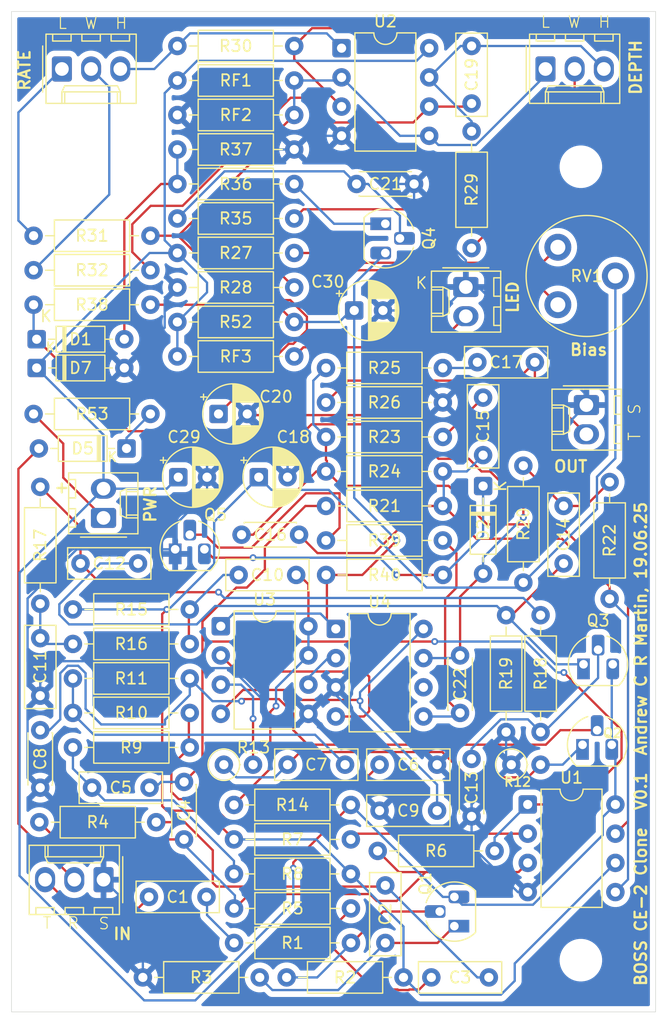
<source format=kicad_pcb>
(kicad_pcb (version 20241229) (generator "pcbnew") (generator_version "9.0")
  (layers (0 "F.Cu" signal) (2 "B.Cu" signal) (13 "F.Paste" user) (15 "B.Paste" user) (5 "F.SilkS" user "F.Silkscreen") (7 "B.SilkS" user "B.Silkscreen") (1 "F.Mask" user) (3 "B.Mask" user) (25 "Edge.Cuts" user))
  (net 0 "")
  (net 1 "Net-(J1-Pin_3)")
  (net 2 "Net-(C1-Pad2)")
  (net 3 "Net-(C2-Pad2)")
  (net 4 "Net-(Q1-E)")
  (net 5 "Net-(C3-Pad2)")
  (net 6 "Net-(C4-Pad2)")
  (net 7 "Net-(U1A-+)")
  (net 8 "Net-(C5-Pad2)")
  (net 9 "Net-(C6-Pad2)")
  (net 10 "GND")
  (net 11 "Net-(Q2-E)")
  (net 12 "Net-(C7-Pad2)")
  (net 13 "Net-(Q2-B)")
  (net 14 "Net-(U3-VGG)")
  (net 15 "Net-(C10-Pad1)")
  (net 16 "Net-(U3-OUT1)")
  (net 17 "Net-(C11-Pad1)")
  (net 18 "Net-(Q3-E)")
  (net 19 "Net-(C12-Pad1)")
  (net 20 "Net-(Q3-B)")
  (net 21 "Net-(C14-Pad2)")
  (net 22 "Net-(U1B-+)")
  (net 23 "Net-(C15-Pad2)")
  (net 24 "Net-(C16-Pad2)")
  (net 25 "Net-(C17-Pad1)")
  (net 26 "Net-(J2-Pin_2)")
  (net 27 "+4.5V")
  (net 28 "Net-(U2B--)")
  (net 29 "Net-(J5-Pin_3)")
  (net 30 "Net-(J5-Pin_1)")
  (net 31 "Net-(Q4-B)")
  (net 32 "Net-(U4-OX3)")
  (net 33 "Net-(D1-K)")
  (net 34 "+9V")
  (net 35 "+9VA")
  (net 36 "Net-(D1-A)")
  (net 37 "Net-(D2-K)")
  (net 38 "Net-(D5-A)")
  (net 39 "Net-(D5-K)")
  (net 40 "Net-(J3-Pin_1)")
  (net 41 "Net-(J4-Pin_2)")
  (net 42 "Net-(J4-Pin_1)")
  (net 43 "Net-(J5-Pin_2)")
  (net 44 "Net-(J6-Pin_2)")
  (net 45 "Net-(Q1-B)")
  (net 46 "Net-(Q4-E)")
  (net 47 "Net-(Q5-B)")
  (net 48 "Net-(U1A--)")
  (net 49 "Net-(U3-IN)")
  (net 50 "Net-(R27-Pad2)")
  (net 51 "Net-(R28-Pad1)")
  (net 52 "Net-(U2A-+)")
  (net 53 "Net-(J4-Pin_3)")
  (net 54 "Net-(U3-CP2)")
  (net 55 "Net-(U3-CP1)")
  (footprint "Resistor_THT:R_Axial_DIN0207_L6.3mm_D2.5mm_P2.54mm_Vertical" (layer "F.Cu") (at 77.455 109)
    (property "Reference" "R12")
    (property "Value" "10K")
  )
  (footprint "Package_TO_SOT_THT:TO-92L_HandSolder" (layer "F.Cu") (at 72.5 123.04 90)
    (property "Reference" "Q1")
    (property "Value" "2N5088")
  )
  (footprint "Capacitor_THT:C_Disc_D4.3mm_W1.9mm_P5.00mm" (layer "F.Cu") (at 59 89 180)
    (property "Reference" "C16")
    (property "Value" "100p")
  )
  (footprint "Capacitor_THT:C_Disc_D4.3mm_W1.9mm_P5.00mm" (layer "F.Cu") (at 74 108.5 -90)
    (property "Reference" "C13")
    (property "Value" "470p")
  )
  (footprint "Capacitor_THT:C_Rect_L7.0mm_W2.5mm_P5.00mm" (layer "F.Cu") (at 74 51.5 90)
    (property "Reference" "C19")
    (property "Value" "100n")
  )
  (footprint "Resistor_THT:R_Axial_DIN0207_L6.3mm_D2.5mm_P10.16mm_Horizontal" (layer "F.Cu") (at 78.5 83 -90)
    (property "Reference" "R20")
    (property "Value" "1M")
  )
  (footprint "Resistor_THT:R_Axial_DIN0207_L6.3mm_D2.5mm_P10.16mm_Horizontal" (layer "F.Cu") (at 61.34 86.5)
    (property "Reference" "R21")
    (property "Value" "47K")
  )
  (footprint "Resistor_THT:R_Axial_DIN0207_L6.3mm_D2.5mm_P10.16mm_Horizontal" (layer "F.Cu") (at 46.08 69 180)
    (property "Reference" "R38")
    (property "Value" "150K")
  )
  (footprint "Resistor_THT:R_Axial_DIN0207_L6.3mm_D2.5mm_P10.16mm_Horizontal" (layer "F.Cu") (at 36.5 95 90)
    (property "Reference" "R17")
    (property "Value" "10K")
  )
  (footprint "Resistor_THT:R_Axial_DIN0207_L6.3mm_D2.5mm_P10.16mm_Horizontal" (layer "F.Cu") (at 36.42 114)
    (property "Reference" "R4")
    (property "Value" "47K")
  )
  (footprint "Resistor_THT:R_Axial_DIN0207_L6.3mm_D2.5mm_P10.16mm_Horizontal" (layer "F.Cu") (at 53.35 124.5)
    (property "Reference" "R1")
    (property "Value" "1K")
  )
  (footprint "Capacitor_THT:CP_Radial_D5.0mm_P2.50mm" (layer "F.Cu") (at 52 78.5)
    (property "Reference" "C20")
    (property "Value" "47u/6.3V")
  )
  (footprint "Resistor_THT:R_Axial_DIN0207_L6.3mm_D2.5mm_P2.54mm_Vertical" (layer "F.Cu") (at 52.46 109)
    (property "Reference" "R13")
    (property "Value" "4K7")
  )
  (footprint "Resistor_THT:R_Axial_DIN0207_L6.3mm_D2.5mm_P10.16mm_Horizontal" (layer "F.Cu") (at 76 116.5 180)
    (property "Reference" "R6")
    (property "Value" "47K")
  )
  (footprint "Resistor_THT:R_Axial_DIN0207_L6.3mm_D2.5mm_P10.16mm_Horizontal" (layer "F.Cu") (at 63.5 112.5 180)
    (property "Reference" "R14")
    (property "Value" "56K")
  )
  (footprint "MountingHole:MountingHole_3.2mm_M3" (layer "F.Cu") (at 38.5 126)
    (property "Reference" "REF**" (hide yes))
    (property "Value" "MountingHole_3.2mm_M3" (hide yes))
  )
  (footprint "Resistor_THT:R_Axial_DIN0207_L6.3mm_D2.5mm_P10.16mm_Horizontal" (layer "F.Cu") (at 86 84.42 -90)
    (property "Reference" "R22")
    (property "Value" "47K")
  )
  (footprint "Resistor_THT:R_Axial_DIN0207_L6.3mm_D2.5mm_P10.16mm_Horizontal" (layer "F.Cu") (at 49.5 95.5 180)
    (property "Reference" "R15")
    (property "Value" "330K")
  )
  (footprint "Resistor_THT:R_Axial_DIN0207_L6.3mm_D2.5mm_P10.16mm_Horizontal" (layer "F.Cu") (at 48.42 70.5)
    (property "Reference" "R52")
    (property "Value" "33R")
  )
  (footprint "Resistor_THT:R_Axial_DIN0207_L6.3mm_D2.5mm_P10.16mm_Horizontal" (layer "F.Cu") (at 61.34 77.5)
    (property "Reference" "R26")
    (property "Value" "100K")
  )
  (footprint "Diode_THT:D_DO-35_SOD27_P7.62mm_Horizontal" (layer "F.Cu") (at 44 81.5 180)
    (property "Reference" "D5")
    (property "Value" "1N4148")
  )
  (footprint "Capacitor_THT:C_Rect_L7.0mm_W2.5mm_P5.00mm" (layer "F.Cu") (at 75 82.08 90)
    (property "Reference" "C15")
    (property "Value" "6n8")
  )
  (footprint "Capacitor_THT:C_Rect_L7.0mm_W2.5mm_P5.00mm" (layer "F.Cu") (at 46 111 180)
    (property "Reference" "C5")
    (property "Value" "33n")
  )
  (footprint "Capacitor_THT:C_Rect_L7.0mm_W2.5mm_P5.00mm" (layer "F.Cu") (at 40 91.5)
    (property "Reference" "C12")
    (property "Value" "8n2")
  )
  (footprint "Resistor_THT:R_Axial_DIN0207_L6.3mm_D2.5mm_P10.16mm_Horizontal" (layer "F.Cu") (at 74 64.08 90)
    (property "Reference" "R29")
    (property "Value" "33K")
  )
  (footprint "Resistor_THT:R_Axial_DIN0207_L6.3mm_D2.5mm_P10.16mm_Horizontal" (layer "F.Cu") (at 35.92 63)
    (property "Reference" "R31")
    (property "Value" "10K")
  )
  (footprint "Diode_THT:D_DO-35_SOD27_P7.62mm_Horizontal" (layer "F.Cu") (at 36.19 74.5)
    (property "Reference" "D7")
    (property "Value" "11V,0.5W")
  )
  (footprint "Capacitor_THT:C_Rect_L7.0mm_W2.5mm_P5.00mm" (layer "F.Cu") (at 82 91.5 90)
    (property "Reference" "C14")
    (property "Value" "33n")
  )
  (footprint "Resistor_THT:R_Axial_DIN0207_L6.3mm_D2.5mm_P10.16mm_Horizontal" (layer "F.Cu") (at 49.5 104.5 180)
    (property "Reference" "R10")
    (property "Value" "10K")
  )
  (footprint "Capacitor_THT:C_Disc_D4.3mm_W1.9mm_P5.00mm" (layer "F.Cu") (at 73 99.5 -90)
    (property "Reference" "C22")
    (property "Value" "47p")
  )
  (footprint "Potentiometer_THT:Potentiometer_Piher_PT-10-V05_Vertical" (layer "F.Cu") (at 81.5 69)
    (property "Reference" "RV1")
    (property "Value" "10K")
  )
  (footprint "Capacitor_THT:CP_Radial_D5.0mm_P2.50mm" (layer "F.Cu") (at 63.794888 69.5)
    (property "Reference" "C30")
    (property "Value" "220u/10V")
  )
  (footprint "Capacitor_THT:C_Rect_L7.0mm_W2.5mm_P5.00mm" (layer "F.Cu") (at 58 109)
    (property "Reference" "C7")
    (property "Value" "8n2")
  )
  (footprint "Resistor_THT:R_Axial_DIN0207_L6.3mm_D2.5mm_P10.16mm_Horizontal" (layer "F.Cu") (at 63.5 115.5 180)
    (property "Reference" "R7")
    (property "Value" "10K")
  )
  (footprint "Diode_THT:D_DO-35_SOD27_P7.62mm_Horizontal" (layer "F.Cu") (at 75 84.77 -90)
    (property "Reference" "D2")
    (property "Value" "1N4148")
  )
  (footprint "Resistor_THT:R_Axial_DIN0207_L6.3mm_D2.5mm_P10.16mm_Horizontal" (layer "F.Cu") (at 53.34 118.5)
    (property "Reference" "R8")
    (property "Value" "100K")
  )
  (footprint "Resistor_THT:R_Axial_DIN0207_L6.3mm_D2.5mm_P10.16mm_Horizontal" (layer "F.Cu") (at 48.42 49.5)
    (property "Reference" "RF1")
    (property "Value" "10K")
  )
  (footprint "Resistor_THT:R_Axial_DIN0207_L6.3mm_D2.5mm_P10.16mm_Horizontal" (layer "F.Cu") (at 71.5 80.5 180)
    (property "Reference" "R23")
    (property "Value" "10K")
  )
  (footprint "Resistor_THT:R_Axial_DIN0207_L6.3mm_D2.5mm_P10.16mm_Horizontal" (layer "F.Cu") (at 48.42 55.5)
    (property "Reference" "R37")
    (property "Value" "4K7")
  )
  (footprint "Capacitor_THT:C_Rect_L7.0mm_W2.5mm_P5.00mm" (layer "F.Cu") (at 36.5 98 -90)
    (property "Reference" "C11")
    (property "Value" "3n3")
  )
  (footprint "Resistor_THT:R_Axial_DIN0207_L6.3mm_D2.5mm_P10.16mm_Horizontal" (layer "F.Cu") (at 39.34 101.5)
    (property "Reference" "R11")
    (property "Value" "10K")
  )
  (footprint "Resistor_THT:R_Axial_DIN0207_L6.3mm_D2.5mm_P10.16mm_Horizontal" (layer "F.Cu") (at 61.35 92.5)
    (property "Reference" "R40")
    (property "Value" "2K7")
  )
  (footprint "Package_TO_SOT_THT:TO-92L_HandSolder" (layer "F.Cu") (at 48.23 90.27)
    (property "Reference" "Q5")
    (property "Value" "2N5088")
  )
  (footprint "Resistor_THT:R_Axial_DIN0207_L6.3mm_D2.5mm_P10.16mm_Horizontal" (layer "F.Cu") (at 58.58 67.5 180)
    (property "Reference" "R28")
    (property "Value" "4K7")
  )
  (footprint "Resistor_THT:R_Axial_DIN0207_L6.3mm_D2.5mm_P10.16mm_Horizontal" (layer "F.Cu") (at 35.92 66)
    (property "Reference" "R32")
    (property "Value" "1M")
  )
  (footprint "Package_DIP:DIP-8_W7.62mm" (layer "F.Cu") (at 52.195 96.96)
    (property "Reference" "U3")
    (property "Value" "MN3007")
  )
  (footprint "Resistor_THT:R_Axial_DIN0207_L6.3mm_D2.5mm_P10.16mm_Horizontal" (layer "F.Cu") (at 45.42 127.5)
    (property "Reference" "R3")
    (property "Value" "10K")
  )
  (footprint "Resistor_THT:R_Axial_DIN0207_L6.3mm_D2.5mm_P10.16mm_Horizontal" (layer "F.Cu") (at 46.08 78.5 180)
    (property "Reference" "R53")
    (property "Value" "100R")
  )
  (footprint "Diode_THT:D_DO-35_SOD27_P7.62mm_Horizontal" (layer "F.Cu") (at 36.19 72)
    (property "Reference" "D1")
    (property "Value" "1N4148")
  )
  (footprint "Capacitor_THT:C_Rect_L7.0mm_W2.5mm_P5.00mm" (layer "F.Cu") (at 66.5 124.5 90)
    (property "Reference" "C2")
    (property "Value" "470n")
  )
  (footprint "Package_DIP:DIP-8_W7.62mm" (layer "F.Cu") (at 62.695 46.69)
    (property "Reference" "U2")
    (property "Value" "TL022")
  )
  (footprint "Resistor_THT:R_Axial_DIN0207_L6.3mm_D2.5mm_P10.16mm_Horizontal" (layer "F.Cu") (at 80 96 -90)
    (property "Reference" "R18")
    (property "Value" "10K")
  )
  (footprint "Capacitor_THT:C_Rect_L7.0mm_W2.5mm_P5.00mm" (layer "F.Cu") (at 74.5 74)
    (property "Reference" "C17")
    (property "Value" "1u")
  )
  (footprint "Resistor_THT:R_Axial_DIN0207_L6.3mm_D2.5mm_P10.16mm_Horizontal" (layer "F.Cu") (at 57.92 127.5)
    (property "Reference" "R2")
    (property "Value" "470K")
  )
  (footprint "Resistor_THT:R_Axial_DIN0207_L6.3mm_D2.5mm_P10.16mm_Horizontal" (layer "F.Cu") (at 71.5 83.5 180)
    (property "Reference" "R24")
    (property "Value" "47K")
  )
  (footprint "Resistor_THT:R_Axial_DIN0207_L6.3mm_D2.5mm_P10.16mm_Horizontal" (layer "F.Cu") (at 48.42 73.5)
    (property "Reference" "RF3")
    (property "Value" "4K7")
  )
  (footprint "Resistor_THT:R_Axial_DIN0207_L6.3mm_D2.5mm_P10.16mm_Horizontal" (layer "F.Cu") (at 61.34 74.5)
    (property "Reference" "R25")
    (property "Value" "470R")
  )
  (footprint "Capacitor_THT:C_Rect_L7.0mm_W2.5mm_P5.00mm" (layer "F.Cu") (at 66 113)
    (property "Reference" "C9")
    (property "Value" "1u")
  )
  (footprint "Capacitor_THT:C_Rect_L7.0mm_W2.5mm_P5.00mm" (layer "F.Cu") (at 75.5 127.5 180)
    (property "Reference" "C3")
    (property "Value" "6n8")
  )
  (footprint "Capacitor_THT:C_Disc_D4.3mm_W1.9mm_P5.00mm" (layer "F.Cu") (at 49 115.5 90)
    (property "Reference" "C4")
    (property "Value" "100p")
  )
  (footprint "Capacitor_THT:C_Rect_L7.0mm_W2.5mm_P5.00mm" (layer "F.Cu") (at 53.75 92.5)
    (property "Reference" "C10")
    (property "Value" "33n")
  )
  (footprint "Resistor_THT:R_Axial_DIN0207_L6.3mm_D2.5mm_P10.16mm_Horizontal" (layer "F.Cu") (at 48.42 64.5)
    (property "Reference" "R27")
    (property "Value" "4K7")
  )
  (footprint "Connector_Molex:Molex_KK-254_AE-6410-02A_1x02_P2.54mm_Vertical" (layer "F.Cu") (at 73.5 67.46 -90)
    (property "Reference" "J6" (hide yes))
    (property "Value" "KK254/2")
  )
  (footprint "Resistor_THT:R_Axial_DIN0207_L6.3mm_D2.5mm_P10.16mm_Horizontal" (layer "F.Cu") (at 49.5 98.5 180)
    (property "Reference" "R16")
    (property "Value" "10K")
  )
  (footprint "Capacitor_THT:C_Disc_D4.3mm_W1.9mm_P5.00mm" (layer "F.Cu") (at 64 58.5)
    (property "Reference" "C21")
    (property "Value" "10n")
  )
  (footprint "Capacitor_THT:CP_Radial_D5.0mm_P2.50mm" (layer "F.Cu") (at 55.5 84)
    (property "Reference" "C18")
    (property "Value" "47u/6.3V")
  )
  (footprint "Package_TO_SOT_THT:TO-92L_HandSolder" (layer "F.Cu") (at 83.73 100.27)
    (property "Reference" "Q3")
    (property "Value" "2N5088")
  )
  (footprint "Package_TO_SOT_THT:TO-92L_HandSolder" (layer "F.Cu") (at 83.645 107.27)
    (property "Reference" "Q2")
    (property "Value" "2N5088")
  )
  (footprint "Package_TO_SOT_THT:TO-92L_HandSolder" (layer "F.Cu") (at 66.5 61.96 -90)
    (property "Reference" "Q4")
    (property "Value" "2N5088")
  )
  (footprint "Resistor_THT:R_Axial_DIN0207_L6.3mm_D2.5mm_P10.16mm_Horizontal" (layer "F.Cu") (at 58.58 58.5 180)
    (property "Reference" "R36")
    (property "Value" "4K7")
  )
  (footprint "Resistor_THT:R_Axial_DIN0207_L6.3mm_D2.5mm_P10.16mm_Horizontal" (layer "F.Cu") (at 71.5 89.5 180)
    (property "Reference" "R39")
    (property "Value" "33K")
  )
  (footprint "MountingHole:MountingHole_3.2mm_M3" (layer "F.Cu") (at 83.5 126)
    (property "Reference" "REF**" (hide yes))
    (property "Value" "MountingHole_3.2mm_M3" (hide yes))
  )
  (footprint "Resistor_THT:R_Axial_DIN0207_L6.3mm_D2.5mm_P10.16mm_Horizontal" (layer "F.Cu") (at 58.58 46.5 180)
    (property "Reference" "R30")
    (property "Value" "47K")
  )
  (footprint "Resistor_THT:R_Axial_DIN0207_L6.3mm_D2.5mm_P10.16mm_Horizontal" (layer "F.Cu") (at 77 96 -90)
    (property "Reference" "R19")
    (property "Value" "10K")
  )
  (footprint "Resistor_THT:R_Axial_DIN0207_L6.3mm_D2.5mm_P10.16mm_Horizontal" (layer "F.Cu") (at 58.58 61.5 180)
    (property "Reference" "R35")
    (property "Value" "220K")
  )
  (footprint "MountingHole:MountingHole_3.2mm_M3" (layer "F.Cu") (at 38.5 57)
    (property "Reference" "REF**" (hide yes))
    (property "Value" "MountingHole_3.2mm_M3" (hide yes))
  )
  (footprint "Connector_Molex:Molex_KK-254_AE-6410-02A_1x02_P2.54mm_Vertical" (layer "F.Cu") (at 42 87.54 90)
    (property "Reference" "J3" (hide yes))
    (property "Value" "KK254/2")
  )
  (footprint "Connector_Molex:Molex_KK-254_AE-6410-03A_1x03_P2.54mm_Vertical" (layer "F.Cu") (at 80.42 48.5)
    (property "Reference" "J5" (hide yes))
    (property "Value" "KK254/3")
  )
  (footprint "Resistor_THT:R_Axial_DIN0207_L6.3mm_D2.5mm_P10.16mm_Horizontal" (layer "F.Cu") (at 39.34 107.5)
    (property "Reference" "R9")
    (property "Value" "10K")
  )
  (footprint "Capacitor_THT:CP_Radial_D5.0mm_P2.50mm" (layer "F.Cu") (at 48.5 84)
    (property "Reference" "C29")
    (property "Value" "100u/16V")
  )
  (footprint "Resistor_THT:R_Axial_DIN0207_L6.3mm_D2.5mm_P10.16mm_Horizontal" (layer "F.Cu") (at 58.58 52.5 180)
    (property "Reference" "RF2")
    (property "Value" "10K")
  )
  (footprint "Capacitor_THT:C_Rect_L7.0mm_W2.5mm_P5.00mm" (layer "F.Cu") (at 45.95 120.5)
    (property "Reference" "C1")
    (property "Value" "47n")
  )
  (footprint "MountingHole:MountingHole_3.2mm_M3" (layer "F.Cu") (at 83.5 57)
    (property "Reference" "REF**" (hide yes))
    (property "Value" "MountingHole_3.2mm_M3" (hide yes))
  )
  (footprint "Connector_Molex:Molex_KK-254_AE-6410-02A_1x02_P2.54mm_Vertical" (layer "F.Cu") (at 83.98 77.725 -90)
    (property "Reference" "J2" (hide yes))
    (property "Value" "KK254/2")
  )
  (footprint "Package_DIP:DIP-8_W7.62mm" (layer "F.Cu") (at 78.88 112.46)
    (property "Reference" "U1")
    (property "Value" "RC4558")
  )
  (footprint "Connector_Molex:Molex_KK-254_AE-6410-03A_1x03_P2.54mm_Vertical" (layer "F.Cu") (at 42 119 180)
    (property "Reference" "J1" (hide yes))
    (property "Value" "KK254/3")
  )
  (footprint "Package_DIP:DIP-8_W7.62mm" (layer "F.Cu") (at 62.195 97.19)
    (property "Reference" "U4")
    (property "Value" "MN3101")
  )
  (footprint "Connector_Molex:Molex_KK-254_AE-6410-03A_1x03_P2.54mm_Vertical" (layer "F.Cu") (at 38.38 48.5)
    (property "Reference" "J4" (hide yes))
    (property "Value" "KK254/3")
  )
  (footprint "Capacitor_THT:C_Disc_D4.3mm_W1.9mm_P5.00mm" (layer "F.Cu") (at 36.5 111 90)
    (property "Reference" "C8")
    (property "Value" "470p")
  )
  (footprint "Resistor_THT:R_Axial_DIN0207_L6.3mm_D2.5mm_P10.16mm_Horizontal" (layer "F.Cu") (at 53.35 121.5)
    (property "Reference" "R5")
    (property "Value" "10K")
  )
  (footprint "Capacitor_THT:C_Rect_L7.0mm_W2.5mm_P5.00mm" (layer "F.Cu") (at 71 109 180)
    (property "Reference" "C6")
    (property "Value" "3n3")
  )
  (gr_rect (start 34 43.5) (end 90 130.5) (stroke (width 0.05)) (fill no) (layer "Edge.Cuts"))
  (gr_text "+" (at 37.625 85.45 0) (layer "F.SilkS") (effects (font (size 1 1) (thickness 0.2) (bold yes)) (justify left bottom)))
  (gr_text "R" (at 38.8 123.35 0) (layer "F.SilkS") (effects (font (size 1 1) (thickness 0.1)) (justify left bottom)))
  (gr_text "L  W  H" (at 37.95 45.1 0) (layer "F.SilkS") (effects (font (size 1 1) (thickness 0.1)) (justify left bottom)))
  (gr_text "T" (at 36.65 123.35 0) (layer "F.SilkS") (effects (font (size 1 1) (thickness 0.1)) (justify left bottom)))
  (gr_text "Bias" (at 82.45 73.5 0) (layer "F.SilkS") (effects (font (size 1 1) (thickness 0.2) (bold yes)) (justify left bottom)))
  (gr_text "IN" (at 42.75 124.3 0) (layer "F.SilkS") (effects (font (size 1 1) (thickness 0.2) (bold yes)) (justify left bottom)))
  (gr_text "L  W  H" (at 79.95 45 0) (layer "F.SilkS") (effects (font (size 1 1) (thickness 0.1)) (justify left bottom)))
  (gr_text "K" (at 69.05 67.7 0) (layer "F.SilkS") (effects (font (size 1 1) (thickness 0.125)) (justify left bottom)))
  (gr_text "DEPTH" (at 88.85 50.85 90) (layer "F.SilkS") (effects (font (size 1 1) (thickness 0.2) (bold yes)) (justify left bottom)))
  (gr_text "LED" (at 78.15 69.825 90) (layer "F.SilkS") (effects (font (size 1 1) (thickness 0.2) (bold yes)) (justify left bottom)))
  (gr_text "OUT" (at 81.05 83.65 0) (layer "F.SilkS") (effects (font (size 1 1) (thickness 0.2) (bold yes)) (justify left bottom)))
  (gr_text "BOSS CE-2 Clone  V0.1  Andrew C R Martin, 19.06.25" (at 89.3 128.35 90) (layer "F.SilkS") (effects (font (size 1 1) (thickness 0.2) (bold yes)) (justify left bottom)))
  (gr_text "S" (at 41.5 123.4 0) (layer "F.SilkS") (effects (font (size 1 1) (thickness 0.1)) (justify left bottom)))
  (gr_text "PWR" (at 46.65 88.05 90) (layer "F.SilkS") (effects (font (size 1 1) (thickness 0.2) (bold yes)) (justify left bottom)))
  (gr_text "RATE" (at 35.7 50.5 90) (layer "F.SilkS") (effects (font (size 1 1) (thickness 0.2) (bold yes)) (justify left bottom)))
  (gr_text "T  S" (at 88.75 80.9 90) (layer "F.SilkS") (effects (font (size 1 1) (thickness 0.1)) (justify left bottom)))
  (segment (start 36.92 119) (end 39.42 121.5) (width 0.2) (layer "F.Cu") (net 1))
  (segment (start 45 121.5) (end 46 120.5) (width 0.2) (layer "F.Cu") (net 1))
  (segment (start 39.42 121.5) (end 45 121.5) (width 0.2) (layer "F.Cu") (net 1))
  (segment (start 51 122.08) (end 51 120.5) (width 0.2) (layer "B.Cu") (net 2))
  (segment (start 53.42 124.5) (end 51 122.08) (width 0.2) (layer "B.Cu") (net 2))
  (segment (start 51.5 119.276197) (end 51.824803 119.601) (width 0.2) (layer "F.Cu") (net 3))
  (segment (start 51.824803 119.601) (end 66.399 119.601) (width 0.2) (layer "F.Cu") (net 3))
  (segment (start 51.5 116.44295) (end 51.5 119.276197) (width 0.2) (layer "F.Cu") (net 3))
  (segment (start 66.399 119.601) (end 66.5 119.5) (width 0.2) (layer "F.Cu") (net 3))
  (segment (start 46.58 114) (end 49.05705 114) (width 0.2) (layer "F.Cu") (net 3))
  (segment (start 49.05705 114) (end 51.5 116.44295) (width 0.2) (layer "F.Cu") (net 3))
  (segment (start 66.5 119.5) (end 74.5 127.5) (width 0.2) (layer "B.Cu") (net 3))
  (segment (start 74.5 127.5) (end 75.5 127.5) (width 0.2) (layer "B.Cu") (net 3))
  (segment (start 71.04 124.5) (end 72.5 123.04) (width 0.2) (layer "F.Cu") (net 4))
  (segment (start 66.5 124.5) (end 71.04 124.5) (width 0.2) (layer "F.Cu") (net 4))
  (segment (start 56.681 128.601) (end 62.399 128.601) (width 0.2) (layer "B.Cu") (net 4))
  (segment (start 62.399 128.601) (end 66.5 124.5) (width 0.2) (layer "B.Cu") (net 4))
  (segment (start 55.58 127.5) (end 56.681 128.601) (width 0.2) (layer "B.Cu") (net 4))
  (segment (start 70.5 127.5) (end 69.45 128.55) (width 0.2) (layer "F.Cu") (net 5))
  (segment (start 67.57295 128.55) (end 65.55 128.55) (width 0.2) (layer "F.Cu") (net 5))
  (segment (start 65.55 128.55) (end 61.85 124.85) (width 0.2) (layer "F.Cu") (net 5))
  (segment (start 69.45 128.55) (end 68.58705 128.55) (width 0.2) (layer "F.Cu") (net 5))
  (segment (start 68.53605 128.601) (end 67.62395 128.601) (width 0.2) (layer "F.Cu") (net 5))
  (segment (start 61.85 124.85) (end 61.85 123.23) (width 0.2) (layer "F.Cu") (net 5))
  (segment (start 67.62395 128.601) (end 67.57295 128.55) (width 0.2) (layer "F.Cu") (net 5))
  (segment (start 68.58705 128.55) (end 68.53605 128.601) (width 0.2) (layer "F.Cu") (net 5))
  (segment (start 61.85 123.23) (end 63.58 121.5) (width 0.2) (layer "F.Cu") (net 5))
  (segment (start 54.45605 93.601) (end 56.0271 92.02995) (width 0.2) (layer "F.Cu") (net 6))
  (segment (start 82.018603 100.981397) (end 81.976206 100.939) (width 0.2) (layer "F.Cu") (net 6))
  (segment (start 56.0271 92.02995) (end 56.0271 90.0271) (width 0.2) (layer "F.Cu") (net 6))
  (segment (start 50.601 96.54395) (end 53.54395 93.601) (width 0.2) (layer "F.Cu") (net 6))
  (segment (start 83.117206 112.46) (end 87.036 108.541206) (width 0.2) (layer "F.Cu") (net 6))
  (segment (start 87.036 108.541206) (end 87.036 105.998794) (width 0.2) (layer "F.Cu") (net 6))
  (segment (start 87.036 105.998794) (end 82.018603 100.981397) (width 0.2) (layer "F.Cu") (net 6))
  (segment (start 50.892 98.291) (end 70.791 98.291) (width 0.2) (layer "F.Cu") (net 6))
  (segment (start 59.5542 86.5) (end 61.42 86.5) (width 0.2) (layer "F.Cu") (net 6))
  (segment (start 53.54395 93.601) (end 54.45605 93.601) (width 0.2) (layer "F.Cu") (net 6))
  (segment (start 78.88 112.46) (end 83.117206 112.46) (width 0.2) (layer "F.Cu") (net 6))
  (segment (start 50.601 108.899) (end 50.601 98) (width 0.2) (layer "F.Cu") (net 6))
  (segment (start 56.0271 90.0271) (end 59.5542 86.5) (width 0.2) (layer "F.Cu") (net 6))
  (segment (start 50.601 98) (end 50.601 96.54395) (width 0.2) (layer "F.Cu") (net 6))
  (segment (start 50.601 98) (end 50.892 98.291) (width 0.2) (layer "F.Cu") (net 6))
  (segment (start 49 110.5) (end 50.601 108.899) (width 0.2) (layer "F.Cu") (net 6))
  (via (at 70.791 98.291) (size 0.6) (drill 0.3) (layers "F.Cu" "B.Cu") (net 6))
  (via (at 82.018603 100.981397) (size 0.6) (drill 0.3) (layers "F.Cu" "B.Cu") (net 6))
  (segment (start 78.7239 98.291) (end 81.414297 100.981397) (width 0.2) (layer "B.Cu") (net 6))
  (segment (start 46.5 111) (end 47 110.5) (width 0.2) (layer "B.Cu") (net 6))
  (segment (start 46 111) (end 46.5 111) (width 0.2) (layer "B.Cu") (net 6))
  (segment (start 76 116.5) (end 76 115.34) (width 0.2) (layer "B.Cu") (net 6))
  (segment (start 76 115.34) (end 78.88 112.46) (width 0.2) (layer "B.Cu") (net 6))
  (segment (start 81.414297 100.981397) (end 82.018603 100.981397) (width 0.2) (layer "B.Cu") (net 6))
  (segment (start 47 110.5) (end 49 110.5) (width 0.2) (layer "B.Cu") (net 6))
  (segment (start 70.791 98.291) (end 78.7239 98.291) (width 0.2) (layer "B.Cu") (net 6))
  (segment (start 53.42 121.5) (end 54.67 120.25) (width 0.2) (layer "F.Cu") (net 7))
  (segment (start 37.92 115.5) (end 49 115.5) (width 0.2) (layer "F.Cu") (net 7))
  (segment (start 70 118.339999) (end 78.080001 118.339999) (width 0.2) (layer "F.Cu") (net 7))
  (segment (start 65.149 120.25) (end 65.749 120.85) (width 0.2) (layer "F.Cu") (net 7))
  (segment (start 65.84 116.5) (end 67.679999 118.339999) (width 0.2) (layer "F.Cu") (net 7))
  (segment (start 65.749 120.85) (end 67.489999 120.85) (width 0.2) (layer "F.Cu") (net 7))
  (segment (start 54.67 120.25) (end 65.149 120.25) (width 0.2) (layer "F.Cu") (net 7))
  (segment (start 67.679999 118.339999) (end 70 118.339999) (width 0.2) (layer "F.Cu") (net 7))
  (segment (start 67.489999 120.85) (end 70 118.339999) (width 0.2) (layer "F.Cu") (net 7))
  (segment (start 36.42 114) (end 37.92 115.5) (width 0.2) (layer "F.Cu") (net 7))
  (segment (start 78.080001 118.339999) (end 78.88 117.54) (width 0.2) (layer "F.Cu") (net 7))
  (segment (start 49 115.94863) (end 49 115.5) (width 0.2) (layer "B.Cu") (net 7))
  (segment (start 53.42 121.5) (end 53.42 120.36863) (width 0.2) (layer "B.Cu") (net 7))
  (segment (start 53.42 120.36863) (end 49 115.94863) (width 0.2) (layer "B.Cu") (net 7))
  (segment (start 42.101 112.101) (end 41 111) (width 0.2) (layer "B.Cu") (net 8))
  (segment (start 48.07237 112.101) (end 42.101 112.101) (width 0.2) (layer "B.Cu") (net 8))
  (segment (start 39.34 107.5) (end 39.34 109.34) (width 0.2) (layer "B.Cu") (net 8))
  (segment (start 53.34 117.36863) (end 48.07237 112.101) (width 0.2) (layer "B.Cu") (net 8))
  (segment (start 53.34 118.5) (end 53.34 117.36863) (width 0.2) (layer "B.Cu") (net 8))
  (segment (start 39.34 109.34) (end 41 111) (width 0.2) (layer "B.Cu") (net 8))
  (segment (start 49.42 107.42) (end 49.5 107.5) (width 0.2) (layer "F.Cu") (net 9))
  (segment (start 49.5 107.5) (end 47.899 109.101) (width 0.2) (layer "F.Cu") (net 9))
  (segment (start 47.899 109.101) (end 47.899 111.36053) (width 0.2) (layer "F.Cu") (net 9))
  (segment (start 58.5 111) (end 64 111) (width 0.2) (layer "F.Cu") (net 9))
  (segment (start 49.42 104.5) (end 49.42 107.42) (width 0.2) (layer "F.Cu") (net 9))
  (segment (start 50.9 112) (end 52.9 114) (width 0.2) (layer "F.Cu") (net 9))
  (segment (start 52.9 114) (end 55.5 114) (width 0.2) (layer "F.Cu") (net 9))
  (segment (start 48.53847 112) (end 50.9 112) (width 0.2) (layer "F.Cu") (net 9))
  (segment (start 64 111) (end 66 109) (width 0.2) (layer "F.Cu") (net 9))
  (segment (start 55.5 114) (end 58.5 111) (width 0.2) (layer "F.Cu") (net 9))
  (segment (start 47.899 111.36053) (end 48.53847 112) (width 0.2) (layer "F.Cu") (net 9))
  (segment (start 54.5 78.5) (end 54.601 78.601) (width 0.2) (layer "F.Cu") (net 10))
  (segment (start 70.399 78.601) (end 71.5 77.5) (width 0.2) (layer "F.Cu") (net 10))
  (segment (start 74.55705 113.5) (end 74 113.5) (width 0.2) (layer "F.Cu") (net 10))
  (segment (start 54.601 78.601) (end 70.399 78.601) (width 0.2) (layer "F.Cu") (net 10))
  (segment (start 58 82.5) (end 58 84) (width 0.2) (layer "B.Cu") (net 10))
  (segment (start 58.794 105.601) (end 56.101 105.601) (width 0.2) (layer "B.Cu") (net 10))
  (segment (start 51 82) (end 54.5 78.5) (width 0.2) (layer "B.Cu") (net 10))
  (segment (start 62.195 102.94022) (end 68.94205 109.68727) (width 0.2) (layer "B.Cu") (net 10))
  (segment (start 71.5 77.5) (end 73.5 79.5) (width 0.2) (layer "B.Cu") (net 10))
  (segment (start 35.399 109.899) (end 35.399 104.101) (width 0.2) (layer "B.Cu") (net 10))
  (segment (start 83.98 76.845) (end 83.98 77.725) (width 0.2) (layer "B.Cu") (net 10))
  (segment (start 69 58.5) (end 66.885 58.5) (width 0.2) (layer "B.Cu") (net 10))
  (segment (start 47.319 68.601) (end 48.42 67.5) (width 0.2) (layer "B.Cu") (net 10))
  (segment (start 45.42 127.5) (end 45.42 122.42) (width 0.2) (layer "B.Cu") (net 10))
  (segment (start 73.5 67.46) (end 74.595 67.46) (width 0.2) (layer "B.Cu") (net 10))
  (segment (start 66.25 113) (end 66 113) (width 0.2) (layer "B.Cu") (net 10))
  (segment (start 59.815 104.58) (end 62.125 102.27) (width 0.2) (layer "B.Cu") (net 10))
  (segment (start 59.815 104.58) (end 59.58 104.58) (width 0.2) (layer "B.Cu") (net 10))
  (segment (start 40.11505 100) (end 40.11305 99.998) (width 0.2) (layer "B.Cu") (net 10))
  (segment (start 62.195 102.27) (end 62.195 102.94022) (width 0.2) (layer "B.Cu") (net 10))
  (segment (start 36.5 101.86863) (end 36.5 103) (width 0.2) (layer "B.Cu") (net 10))
  (segment (start 42 119) (end 42 116.5) (width 0.2) (layer "B.Cu") (net 10))
  (segment (start 35.399 104.101) (end 36.5 103) (width 0.2) (layer "B.Cu") (net 10))
  (segment (start 77 108.545) (end 77.455 109) (width 0.2) (layer "B.Cu") (net 10))
  (segment (start 35.401 99.998) (end 35.399 100) (width 0.2) (layer "B.Cu") (net 10))
  (segment (start 51.42 55.5) (end 48.42 52.5) (width 0.2) (layer "B.Cu") (net 10))
  (segment (start 73.5 65.13705) (end 69 60.63705) (width 0.2) (layer "B.Cu") (net 10))
  (segment (start 38.37063 99.998) (end 36.5 101.86863) (width 0.2) (layer "B.Cu") (net 10))
  (segment (start 77.455 109) (end 74 112.455) (width 0.2) (layer "B.Cu") (net 10))
  (segment (start 51 84) (end 51 82) (width 0.2) (layer "B.Cu") (net 10))
  (segment (start 51 81.69) (end 43.81 74.5) (width 0.2) (layer "B.Cu") (net 10))
  (segment (start 42 116.5) (end 36.5 111) (width 0.2) (layer "B.Cu") (net 10))
  (segment (start 82.205 79.5) (end 83.98 77.725) (width 0.2) (layer "B.Cu") (net 10))
  (segment (start 74.595 67.46) (end 83.98 76.845) (width 0.2) (layer "B.Cu") (net 10))
  (segment (start 38.7 99.998) (end 38.37063 99.998) (width 0.2) (layer "B.Cu") (net 10))
  (segment (start 53.0881 100.601) (end 50.601 100.601) (width 0.2) (layer "B.Cu") (net 10))
  (segment (start 71.46 69.5) (end 73.5 67.46) (width 0.2) (layer "B.Cu") (net 10))
  (segment (start 74 113.5) (end 73.200001 114.299999) (width 0.2) (layer "B.Cu") (net 10))
  (segment (start 43.81 74.5) (end 47.319 70.991) (width 0.2) (layer "B.Cu") (net 10))
  (segment (start 67.299999 114.299999) (end 66 113) (width 0.2) (layer "B.Cu") (net 10))
  (segment (start 45.42 122.42) (end 42 119) (width 0.2) (layer "B.Cu") (net 10))
  (segment (start 59.58 104.58) (end 59.5 104.5) (width 0.2) (layer "B.Cu") (net 10))
  (segment (start 51 84) (end 51 81.69) (width 0.2) (layer "B.Cu") (net 10))
  (segment (start 66.885 58.5) (end 62.695 54.31) (width 0.2) (layer "B.Cu") (net 10))
  (segment (start 74 113.5) (end 74 116.05705) (width 0.2) (layer "B.Cu") (net 10))
  (segment (start 56 103.5129) (end 53.0881 100.601) (width 0.2) (layer "B.Cu") (net 10))
  (segment (start 54.5 78.5) (end 54.5 79) (width 0.2) (layer "B.Cu") (net 10))
  (segment (start 73.200001 114.299999) (end 67.299999 114.299999) (width 0.2) (layer "B.Cu") (net 10))
  (segment (start 74 112.455) (end 74 113.5) (width 0.2) (layer "B.Cu") (net 10))
  (segment (start 51 85.377794) (end 51 84) (width 0.2) (layer "B.Cu") (net 10))
  (segment (start 50.601 100.601) (end 50 100) (width 0.2) (layer "B.Cu") (net 10))
  (segment (start 66.294888 69.5) (end 71.46 69.5) (width 0.2) (layer "B.Cu") (net 10))
  (segment (start 36.5 111) (end 35.399 109.899) (width 0.2) (layer "B.Cu") (net 10))
  (segment (start 62.125 102.27) (end 62.195 102.27) (width 0.2) (layer "B.Cu") (net 10))
  (segment (start 74 113.5) (end 74 112) (width 0.2) (layer "B.Cu") (net 10))
  (segment (start 56.101 105.601) (end 56 105.5) (width 0.2) (layer "B.Cu") (net 10))
  (segment (start 74 116.05705) (end 78.02295 120.08) (width 0.2) (layer "B.Cu") (net 10))
  (segment (start 59.815 104.58) (end 58.794 105.601) (width 0.2) (layer "B.Cu") (net 10))
  (segment (start 62.195 102.781943) (end 62.195 102.27) (width 0.2) (layer "B.Cu") (net 10))
  (segment (start 68.94205 110.30795) (end 66.25 113) (width 0.2) (layer "B.Cu") (net 10))
  (segment (start 40.11305 99.998) (end 38.7 99.998) (width 0.2) (layer "B.Cu") (net 10))
  (segment (start 39.67295 90.27) (end 48.23 90.27) (width 0.2) (layer "B.Cu") (net 10))
  (segment (start 60.13705 104.58) (end 59.815 104.58) (width 0.2) (layer "B.Cu") (net 10))
  (segment (start 54.5 79) (end 58 82.5) (width 0.2) (layer "B.Cu") (net 10))
  (segment (start 78.02295 120.08) (end 78.88 120.08) (width 0.2) (layer "B.Cu") (net 10))
  (segment (start 73.5 79.5) (end 82.205 79.5) (width 0.2) (layer "B.Cu") (net 10))
  (segment (start 77 106.16) (end 77 108.545) (width 0.2) (layer "B.Cu") (net 10))
  (segment (start 48.23 90.27) (end 48.23 88.147794) (width 0.2) (layer "B.Cu") (net 10))
  (segment (start 48.23 88.147794) (end 51 85.377794) (width 0.2) (layer "B.Cu") (net 10))
  (segment (start 35.399 100) (end 35.399 94.54395) (width 0.2) (layer "B.Cu") (net 10))
  (segment (start 47.319 70.991) (end 47.319 68.601) (width 0.2) (layer "B.Cu") (net 10))
  (segment (start 62.695 54.31) (end 59.77 54.31) (width 0.2) (layer "B.Cu") (net 10))
  (segment (start 35.401 99.998) (end 38.7 99.998) (width 0.2) (layer "B.Cu") (net 10))
  (segment (start 56 105.5) (end 56 103.5129) (width 0.2) (layer "B.Cu") (net 10))
  (segment (start 35.399 94.54395) (end 39.67295 90.27) (width 0.2) (layer "B.Cu") (net 10))
  (segment (start 50 100) (end 40.11505 100) (width 0.2) (layer "B.Cu") (net 10))
  (segment (start 68.94205 109.68727) (end 68.94205 110.30795) (width 0.2) (layer "B.Cu") (net 10))
  (segment (start 59.77 54.31) (end 58.58 55.5) (width 0.2) (layer "B.Cu") (net 10))
  (segment (start 74 112) (end 71 109) (width 0.2) (layer "B.Cu") (net 10))
  (segment (start 69 60.63705) (end 69 58.5) (width 0.2) (layer "B.Cu") (net 10))
  (segment (start 58.58 55.5) (end 51.42 55.5) (width 0.2) (layer "B.Cu") (net 10))
  (segment (start 73.5 67.46) (end 73.5 65.13705) (width 0.2) (layer "B.Cu") (net 10))
  (segment (start 59.101 107.899) (end 71.45605 107.899) (width 0.2) (layer "F.Cu") (net 11))
  (segment (start 78.894 110.101) (end 79.995 109) (width 0.2) (layer "F.Cu") (net 11))
  (segment (start 58 109) (end 59.101 107.899) (width 0.2) (layer "F.Cu") (net 11))
  (segment (start 71.45605 107.899) (end 73.65805 110.101) (width 0.2) (layer "F.Cu") (net 11))
  (segment (start 73.65805 110.101) (end 78.894 110.101) (width 0.2) (layer "F.Cu") (net 11))
  (segment (start 56.899 110.101) (end 58 109) (width 0.2) (layer "B.Cu") (net 11))
  (segment (start 81.915 109) (end 79.995 109) (width 0.2) (layer "B.Cu") (net 11))
  (segment (start 83.645 107.27) (end 81.915 109) (width 0.2) (layer "B.Cu") (net 11))
  (segment (start 52.46 109) (end 53.561 110.101) (width 0.2) (layer "B.Cu") (net 11))
  (segment (start 53.561 110.101) (end 56.899 110.101) (width 0.2) (layer "B.Cu") (net 11))
  (segment (start 63 109) (end 60.399 106.399) (width 0.2) (layer "B.Cu") (net 12))
  (segment (start 41.159 106.399) (end 39.26 104.5) (width 0.2) (layer "B.Cu") (net 12))
  (segment (start 60.399 106.399) (end 41.159 106.399) (width 0.2) (layer "B.Cu") (net 12))
  (segment (start 39.34 101.5) (end 39.34 104.42) (width 0.2) (layer "B.Cu") (net 12))
  (segment (start 39.34 104.42) (end 39.26 104.5) (width 0.2) (layer "B.Cu") (net 12))
  (segment (start 57.248943 103.298) (end 58.5 104.549057) (width 0.2) (layer "F.Cu") (net 13))
  (segment (start 80.45605 107.261) (end 81.71705 106) (width 0.2) (layer "F.Cu") (net 13))
  (segment (start 54.181 103.298) (end 57.248943 103.298) (width 0.2) (layer "F.Cu") (net 13))
  (segment (start 59.761 107.261) (end 80.45605 107.261) (width 0.2) (layer "F.Cu") (net 13))
  (segment (start 81.71705 106) (end 84.915 106) (width 0.2) (layer "F.Cu") (net 13))
  (segment (start 54 103.479) (end 54.181 103.298) (width 0.2) (layer "F.Cu") (net 13))
  (segment (start 58.5 104.549057) (end 58.5 106) (width 0.2) (layer "F.Cu") (net 13))
  (segment (start 58.5 106) (end 59.761 107.261) (width 0.2) (layer "F.Cu") (net 13))
  (via (at 54 103.479) (size 0.6) (drill 0.3) (layers "F.Cu" "B.Cu") (net 13))
  (segment (start 47.35 105.09295) (end 49.5 102.94295) (width 0.2) (layer "B.Cu") (net 13))
  (segment (start 54 103.479) (end 51.479 103.479) (width 0.2) (layer "B.Cu") (net 13))
  (segment (start 38.239 105.061) (end 38.239 101.04395) (width 0.2) (layer "B.Cu") (net 13))
  (segment (start 49.5 102.94295) (end 49.5 101.5) (width 0.2) (layer "B.Cu") (net 13))
  (segment (start 38.239 101.04395) (end 38.88395 100.399) (width 0.2) (layer "B.Cu") (net 13))
  (segment (start 51.479 103.479) (end 49.5 101.5) (width 0.2) (layer "B.Cu") (net 13))
  (segment (start 47.35 105.5) (end 47.35 105.09295) (width 0.2) (layer "B.Cu") (net 13))
  (segment (start 37.3 106) (end 38.239 105.061) (width 0.2) (layer "B.Cu") (net 13))
  (segment (start 39.79605 100.399) (end 40.441 101.04395) (width 0.2) (layer "B.Cu") (net 13))
  (segment (start 40.441 101.04395) (end 40.441 104.141) (width 0.2) (layer "B.Cu") (net 13))
  (segment (start 38.88395 100.399) (end 39.79605 100.399) (width 0.2) (layer "B.Cu") (net 13))
  (segment (start 41.8 105.5) (end 47.35 105.5) (width 0.2) (layer "B.Cu") (net 13))
  (segment (start 40.441 104.141) (end 41.8 105.5) (width 0.2) (layer "B.Cu") (net 13))
  (segment (start 36.5 106) (end 37.3 106) (width 0.2) (layer "B.Cu") (net 13))
  (segment (start 54.129057 102.5) (end 52.195 104.434057) (width 0.2) (layer "F.Cu") (net 14))
  (segment (start 52.195 104.305) (end 52.195 104.58) (width 0.2) (layer "F.Cu") (net 14))
  (segment (start 58 102.5) (end 54.129057 102.5) (width 0.2) (layer "F.Cu") (net 14))
  (segment (start 64.221 103.371) (end 58.871 103.371) (width 0.2) (layer "F.Cu") (net 14))
  (segment (start 52.195 104.434057) (end 52.195 104.58) (width 0.2) (layer "F.Cu") (net 14))
  (segment (start 58.871 103.371) (end 58 102.5) (width 0.2) (layer "F.Cu") (net 14))
  (segment (start 64.3 103.45) (end 64.221 103.371) (width 0.2) (layer "F.Cu") (net 14))
  (via (at 64.3 103.45) (size 0.6) (drill 0.3) (layers "F.Cu" "B.Cu") (net 14))
  (segment (start 64.3 103.45) (end 64.3 104.037) (width 0.2) (layer "B.Cu") (net 14))
  (segment (start 64.3 103.45) (end 64.3 102.705) (width 0.2) (layer "B.Cu") (net 14))
  (segment (start 71 110.737) (end 71 113) (width 0.2) (layer "B.Cu") (net 14))
  (segment (start 64.3 102.705) (end 69.815 97.19) (width 0.2) (layer "B.Cu") (net 14))
  (segment (start 64.3 104.037) (end 71 110.737) (width 0.2) (layer "B.Cu") (net 14))
  (segment (start 49.42 95.5) (end 49.42 98.5) (width 0.2) (layer "F.Cu") (net 15))
  (segment (start 52.42 92.5) (end 54 92.5) (width 0.2) (layer "B.Cu") (net 15))
  (segment (start 49.42 95.5) (end 52.42 92.5) (width 0.2) (layer "B.Cu") (net 15))
  (segment (start 56.5 104.399) (end 57 103.899) (width 0.2) (layer "F.Cu") (net 16))
  (segment (start 53.34 112.5) (end 56.5 109.34) (width 0.2) (layer "F.Cu") (net 16))
  (segment (start 59.815 93.315) (end 59 92.5) (width 0.2) (layer "F.Cu") (net 16))
  (segment (start 56.5 109.34) (end 56.5 104.399) (width 0.2) (layer "F.Cu") (net 16))
  (segment (start 59.815 96.96) (end 59.815 93.315) (width 0.2) (layer "F.Cu") (net 16))
  (via (at 57 103.899) (size 0.6) (drill 0.3) (layers "F.Cu" "B.Cu") (net 16))
  (segment (start 57 102.315) (end 57 103.899) (width 0.2) (layer "B.Cu") (net 16))
  (segment (start 59.815 99.5) (end 57 102.315) (width 0.2) (layer "B.Cu") (net 16))
  (segment (start 59.815 96.96) (end 59.815 99.5) (width 0.2) (layer "B.Cu") (net 16))
  (segment (start 37 98.5) (end 36.5 98) (width 0.2) (layer "B.Cu") (net 17))
  (segment (start 36.5 98) (end 36.5 95) (width 0.2) (layer "B.Cu") (net 17))
  (segment (start 39.26 98.5) (end 37 98.5) (width 0.2) (layer "B.Cu") (net 17))
  (segment (start 77 96) (end 77.5 96) (width 0.2) (layer "F.Cu") (net 18))
  (segment (start 77.5 96) (end 82 91.5) (width 0.2) (layer "F.Cu") (net 18))
  (segment (start 81.27 100.27) (end 83.73 100.27) (width 0.2) (layer "B.Cu") (net 18))
  (segment (start 77.5 96) (end 77 96) (width 0.2) (layer "B.Cu") (net 18))
  (segment (start 39.00295 96.8) (end 38.159 95.95605) (width 0.2) (layer "B.Cu") (net 18))
  (segment (start 38.159 95.04395) (end 41.70295 91.5) (width 0.2) (layer "B.Cu") (net 18))
  (segment (start 51.699999 95.200001) (end 50.1 96.8) (width 0.2) (layer "B.Cu") (net 18))
  (segment (start 50.1 96.8) (end 39.00295 96.8) (width 0.2) (layer "B.Cu") (net 18))
  (segment (start 41.70295 91.5) (end 45 91.5) (width 0.2) (layer "B.Cu") (net 18))
  (segment (start 76.200001 95.200001) (end 51.699999 95.200001) (width 0.2) (layer "B.Cu") (net 18))
  (segment (start 38.159 95.95605) (end 38.159 95.04395) (width 0.2) (layer "B.Cu") (net 18))
  (segment (start 77 96) (end 76.200001 95.200001) (width 0.2) (layer "B.Cu") (net 18))
  (segment (start 77 96) (end 81.27 100.27) (width 0.2) (layer "B.Cu") (net 18))
  (segment (start 40 91.5) (end 40 88.34) (width 0.2) (layer "F.Cu") (net 19))
  (segment (start 40 91.5) (end 42.5 94) (width 0.2) (layer "F.Cu") (net 19))
  (segment (start 40 88.34) (end 36.5 84.84) (width 0.2) (layer "F.Cu") (net 19))
  (segment (start 42.5 94) (end 52 94) (width 0.2) (layer "F.Cu") (net 19))
  (via (at 52 94) (size 0.6) (drill 0.3) (layers "F.Cu" "B.Cu") (net 19))
  (segment (start 78.5 94.5) (end 80 96) (width 0.2) (layer "B.Cu") (net 19))
  (segment (start 52.5 94.5) (end 78.5 94.5) (width 0.2) (layer "B.Cu") (net 19))
  (segment (start 52 94) (end 52.5 94.5) (width 0.2) (layer "B.Cu") (net 19))
  (segment (start 74 107.60295) (end 76.54395 105.059) (width 0.2) (layer "B.Cu") (net 20))
  (segment (start 85 99) (end 85 101.452) (width 0.2) (layer "B.Cu") (net 20))
  (segment (start 78.899 105.059) (end 80 106.16) (width 0.2) (layer "B.Cu") (net 20))
  (segment (start 76.54395 105.059) (end 78.899 105.059) (width 0.2) (layer "B.Cu") (net 20))
  (segment (start 80.292 106.16) (end 80 106.16) (width 0.2) (layer "B.Cu") (net 20))
  (segment (start 85 101.452) (end 80.292 106.16) (width 0.2) (layer "B.Cu") (net 20))
  (segment (start 74 108.5) (end 74 107.60295) (width 0.2) (layer "B.Cu") (net 20))
  (segment (start 78.5 83) (end 82 86.5) (width 0.2) (layer "F.Cu") (net 21))
  (segment (start 82 86.5) (end 83.92 86.5) (width 0.2) (layer "F.Cu") (net 21))
  (segment (start 83.92 86.5) (end 86 84.42) (width 0.2) (layer "F.Cu") (net 21))
  (segment (start 69.650057 86.5) (end 71.58 86.5) (width 0.2) (layer "F.Cu") (net 22))
  (segment (start 81.85 89.35) (end 86 93.5) (width 0.2) (layer "F.Cu") (net 22))
  (segment (start 74.43 89.35) (end 81.85 89.35) (width 0.2) (layer "F.Cu") (net 22))
  (segment (start 59 89) (end 60.601 90.601) (width 0.2) (layer "F.Cu") (net 22))
  (segment (start 59 89) (end 59.5 88.5) (width 0.2) (layer "F.Cu") (net 22))
  (segment (start 71.58 86.5) (end 74.43 89.35) (width 0.2) (layer "F.Cu") (net 22))
  (segment (start 65.549057 90.601) (end 69.650057 86.5) (width 0.2) (layer "F.Cu") (net 22))
  (segment (start 86 93.5) (end 86 94.58) (width 0.2) (layer "F.Cu") (net 22))
  (segment (start 60.601 90.601) (end 65.549057 90.601) (width 0.2) (layer "F.Cu") (net 22))
  (segment (start 71.58 83.5) (end 73.58 83.5) (width 0.2) (layer "B.Cu") (net 22))
  (segment (start 87.601 118.979) (end 87.601 96.181) (width 0.2) (layer "B.Cu") (net 22))
  (segment (start 86.5 120.08) (end 87.601 118.979) (width 0.2) (layer "B.Cu") (net 22))
  (segment (start 71.58 83.5) (end 71.58 86.5) (width 0.2) (layer "B.Cu") (net 22))
  (segment (start 87.601 96.181) (end 86 94.58) (width 0.2) (layer "B.Cu") (net 22))
  (segment (start 73.58 83.5) (end 75 82.08) (width 0.2) (layer "B.Cu") (net 22))
  (segment (start 75 77.08) (end 71.58 80.5) (width 0.2) (layer "F.Cu") (net 23))
  (segment (start 71.58 80.5) (end 71.5 80.5) (width 0.2) (layer "F.Cu") (net 23))
  (segment (start 87.601 113.899) (end 86.5 115) (width 0.2) (layer "F.Cu") (net 24))
  (segment (start 81.601 88.101) (end 87.601 94.101) (width 0.2) (layer "F.Cu") (net 24))
  (segment (start 72 84.75) (end 75.351 88.101) (width 0.2) (layer "F.Cu") (net 24))
  (segment (start 61.42 83.5) (end 62.67 84.75) (width 0.2) (layer "F.Cu") (net 24))
  (segment (start 61.42 82.58) (end 61.34 82.5) (width 0.2) (layer "F.Cu") (net 24))
  (segment (start 60.5 83.5) (end 55 89) (width 0.2) (layer "F.Cu") (net 24))
  (segment (start 87.601 94.101) (end 87.601 113.899) (width 0.2) (layer "F.Cu") (net 24))
  (segment (start 62.67 84.75) (end 72 84.75) (width 0.2) (layer "F.Cu") (net 24))
  (segment (start 61.34 82.5) (end 61.34 80.5) (width 0.2) (layer "F.Cu") (net 24))
  (segment (start 75.351 88.101) (end 81.601 88.101) (width 0.2) (layer "F.Cu") (net 24))
  (segment (start 55 89) (end 54 89) (width 0.2) (layer "F.Cu") (net 24))
  (segment (start 61.42 83.5) (end 60.5 83.5) (width 0.2) (layer "F.Cu") (net 24))
  (segment (start 61.42 83.5) (end 61.42 82.58) (width 0.2) (layer "F.Cu") (net 24))
  (segment (start 61.34 80.5) (end 60.239 79.399) (width 0.2) (layer "B.Cu") (net 24))
  (segment (start 60.239 79.399) (end 60.239 75.601) (width 0.2) (layer "B.Cu") (net 24))
  (segment (start 60.239 75.601) (end 61.34 74.5) (width 0.2) (layer "B.Cu") (net 24))
  (segment (start 74 74.5) (end 74.5 74) (width 0.2) (layer "B.Cu") (net 25))
  (segment (start 71.5 74.5) (end 74 74.5) (width 0.2) (layer "B.Cu") (net 25))
  (segment (start 63.239 75.601) (end 77.899 75.601) (width 0.2) (layer "F.Cu") (net 26))
  (segment (start 79.5 74) (end 79.5 75.785) (width 0.2) (layer "F.Cu") (net 26))
  (segment (start 61.34 77.5) (end 63.239 75.601) (width 0.2) (layer "F.Cu") (net 26))
  (segment (start 79.5 75.785) (end 83.98 80.265) (width 0.2) (layer "F.Cu") (net 26))
  (segment (start 77.899 75.601) (end 79.5 74) (width 0.2) (layer "F.Cu") (net 26))
  (segment (start 47.101 95.899) (end 47.5 95.5) (width 0.2) (layer "F.Cu") (net 27))
  (segment (start 53.34 115.5) (end 50.84 113) (width 0.2) (layer "F.Cu") (net 27))
  (segment (start 47.5 113) (end 47.101 112.601) (width 0.2) (layer "F.Cu") (net 27))
  (segment (start 50.84 113) (end 47.5 113) (width 0.2) (layer "F.Cu") (net 27))
  (segment (start 47.101 112.601) (end 47.101 95.899) (width 0.2) (layer "F.Cu") (net 27))
  (via (at 47.5 95.5) (size 0.6) (drill 0.3) (layers "F.Cu" "B.Cu") (net 27))
  (segment (start 86.5 66.5) (end 86.5 82.36295) (width 0.2) (layer "B.Cu") (net 27))
  (segment (start 68.08 127.5) (end 69.58 129) (width 0.2) (layer "B.Cu") (net 27))
  (segment (start 76.55 129) (end 77.75 127.8) (width 0.2) (layer "B.Cu") (net 27))
  (segment (start 68.08 123.08) (end 68.08 127.5) (width 0.2) (layer "B.Cu") (net 27))
  (segment (start 61.57805 85.101) (end 56.601 85.101) (width 0.2) (layer "B.Cu") (net 27))
  (segment (start 78.059 93.601) (end 70.07805 93.601) (width 0.2) (layer "B.Cu") (net 27))
  (segment (start 47.662206 95.5) (end 47.5 95.5) (width 0.2) (layer "B.Cu") (net 27))
  (segment (start 70.07805 93.601) (end 61.57805 85.101) (width 0.2) (layer "B.Cu") (net 27))
  (segment (start 69.58 129) (end 76.55 129) (width 0.2) (layer "B.Cu") (net 27))
  (segment (start 53.34 115.5) (end 60.5 115.5) (width 0.2) (layer "B.Cu") (net 27))
  (segment (start 84.899 86.761) (end 78.5 93.16) (width 0.2) (layer "B.Cu") (net 27))
  (segment (start 60.5 115.5) (end 63.5 118.5) (width 0.2) (layer "B.Cu") (net 27))
  (segment (start 63.5 118.5) (end 68.08 123.08) (width 0.2) (layer "B.Cu") (net 27))
  (segment (start 55.5 84) (end 51.621 87.879) (width 0.2) (layer "B.Cu") (net 27))
  (segment (start 77.75 127.8) (end 77.75 126.29) (width 0.2) (layer "B.Cu") (net 27))
  (segment (start 86.5 82.36295) (end 84.899 83.96395) (width 0.2) (layer "B.Cu") (net 27))
  (segment (start 51.621 91.541206) (end 47.662206 95.5) (width 0.2) (layer "B.Cu") (net 27))
  (segment (start 56.601 85.101) (end 55.5 84) (width 0.2) (layer "B.Cu") (net 27))
  (segment (start 47.5 95.5) (end 39.26 95.5) (width 0.2) (layer "B.Cu") (net 27))
  (segment (start 77.75 126.29) (end 86.5 117.54) (width 0.2) (layer "B.Cu") (net 27))
  (segment (start 51.621 87.879) (end 51.621 91.541206) (width 0.2) (layer "B.Cu") (net 27))
  (segment (start 84.899 83.96395) (end 84.899 86.761) (width 0.2) (layer "B.Cu") (net 27))
  (segment (start 78.5 93.16) (end 78.059 93.601) (width 0.2) (layer "B.Cu") (net 27))
  (segment (start 44.5 64.42) (end 46.08 66) (width 0.2) (layer "F.Cu") (net 28))
  (segment (start 46.101 60.399) (end 44.5 62) (width 0.2) (layer "F.Cu") (net 28))
  (segment (start 70.315 51.77) (end 68.935 53.15) (width 0.2) (layer "F.Cu") (net 28))
  (segment (start 68.935 53.15) (end 61.55 53.15) (width 0.2) (layer "F.Cu") (net 28))
  (segment (start 61.55 53.15) (end 59.4 51) (width 0.2) (layer "F.Cu") (net 28))
  (segment (start 74 51.5) (end 73.5 51.5) (width 0.2) (layer "F.Cu") (net 28))
  (segment (start 48.87605 60.399) (end 46.101 60.399) (width 0.2) (layer "F.Cu") (net 28))
  (segment (start 58.27505 51) (end 48.87605 60.399) (width 0.2) (layer "F.Cu") (net 28))
  (segment (start 59.4 51) (end 58.27505 51) (width 0.2) (layer "F.Cu") (net 28))
  (segment (start 44.5 62) (end 44.5 64.42) (width 0.2) (layer "F.Cu") (net 28))
  (segment (start 73.23 51.77) (end 70.315 51.77) (width 0.2) (layer "F.Cu") (net 28))
  (segment (start 73.5 51.5) (end 73.23 51.77) (width 0.2) (layer "F.Cu") (net 28))
  (segment (start 74 46.5) (end 73.045 46.5) (width 0.2) (layer "B.Cu") (net 29))
  (segment (start 73.045 46.5) (end 70.315 49.23) (width 0.2) (layer "B.Cu") (net 29))
  (segment (start 74 46.5) (end 83.5 46.5) (width 0.2) (layer "B.Cu") (net 29))
  (segment (start 74 53.05705) (end 74 53.92) (width 0.2) (layer "B.Cu") (net 29))
  (segment (start 83.5 46.5) (end 85.5 48.5) (width 0.2) (layer "B.Cu") (net 29))
  (segment (start 70.315 49.23) (end 70.315 49.37205) (width 0.2) (layer "B.Cu") (net 29))
  (segment (start 70.315 49.37205) (end 74 53.05705) (width 0.2) (layer "B.Cu") (net 29))
  (segment (start 58.101 72.399) (end 52 78.5) (width 0.2) (layer "F.Cu") (net 30))
  (segment (start 48.488525 63.011475) (end 57 54.5) (width 0.2) (layer "F.Cu") (net 30))
  (segment (start 59.681 70.04395) (end 59.681 71.218) (width 0.2) (layer "F.Cu") (net 30))
  (segment (start 58.23605 68.599) (end 59.681 70.04395) (width 0.2) (layer "F.Cu") (net 30))
  (segment (start 59.681 71.218) (end 58.5 72.399) (width 0.2) (layer "F.Cu") (net 30))
  (segment (start 57 54.5) (end 57 54.08) (width 0.2) (layer "F.Cu") (net 30))
  (segment (start 54.07605 68.599) (end 48.488525 63.011475) (width 0.2) (layer "F.Cu") (net 30))
  (segment (start 48.47705 63) (end 46.08 63) (width 0.2) (layer "F.Cu") (net 30))
  (segment (start 57 54.08) (end 58.58 52.5) (width 0.2) (layer "F.Cu") (net 30))
  (segment (start 48.488525 63.011475) (end 48.47705 63) (width 0.2) (layer "F.Cu") (net 30))
  (segment (start 58.5 72.399) (end 58.101 72.399) (width 0.2) (layer "F.Cu") (net 30))
  (segment (start 54.07605 68.599) (end 58.23605 68.599) (width 0.2) (layer "F.Cu") (net 30))
  (segment (start 62.27 49.23) (end 62 49.5) (width 0.2) (layer "B.Cu") (net 30))
  (segment (start 62.695 49.23) (end 62.27 49.23) (width 0.2) (layer "B.Cu") (net 30))
  (segment (start 67.775 54.31) (end 62.695 49.23) (width 0.2) (layer "B.Cu") (net 30))
  (segment (start 62 49.5) (end 58.58 49.5) (width 0.2) (layer "B.Cu") (net 30))
  (segment (start 58.58 49.5) (end 58.58 52.5) (width 0.2) (layer "B.Cu") (net 30))
  (segment (start 80.42 49.05705) (end 74.367051 55.109999) (width 0.2) (layer "B.Cu") (net 30))
  (segment (start 80.42 48.5) (end 80.42 49.05705) (width 0.2) (layer "B.Cu") (net 30))
  (segment (start 71.114999 55.109999) (end 70.315 54.31) (width 0.2) (layer "B.Cu") (net 30))
  (segment (start 74.367051 55.109999) (end 71.114999 55.109999) (width 0.2) (layer "B.Cu") (net 30))
  (segment (start 70.315 54.31) (end 67.775 54.31) (width 0.2) (layer "B.Cu") (net 30))
  (segment (start 67.77 63.23) (end 67.77 61.27) (width 0.2) (layer "B.Cu") (net 31))
  (segment (start 65 58.5) (end 64 58.5) (width 0.2) (layer "B.Cu") (net 31))
  (segment (start 64 58.5) (end 62.899 57.399) (width 0.2) (layer "B.Cu") (net 31))
  (segment (start 52.521 57.399) (end 48.42 61.5) (width 0.2) (layer "B.Cu") (net 31))
  (segment (start 67.77 61.27) (end 65 58.5) (width 0.2) (layer "B.Cu") (net 31))
  (segment (start 62.899 57.399) (end 52.521 57.399) (width 0.2) (layer "B.Cu") (net 31))
  (segment (start 73 104.5) (end 71.7 103.2) (width 0.2) (layer "F.Cu") (net 32))
  (segment (start 72.681 90.601) (end 71.58 89.5) (width 0.2) (layer "F.Cu") (net 32))
  (segment (start 71.7 103.2) (end 71.7 94.598) (width 0.2) (layer "F.Cu") (net 32))
  (segment (start 71.7 94.598) (end 72.681 93.617) (width 0.2) (layer "F.Cu") (net 32))
  (segment (start 72.681 93.617) (end 72.681 90.601) (width 0.2) (layer "F.Cu") (net 32))
  (segment (start 72.69 104.81) (end 73 104.5) (width 0.2) (layer "B.Cu") (net 32))
  (segment (start 69.815 104.81) (end 72.69 104.81) (width 0.2) (layer "B.Cu") (net 32))
  (segment (start 59.48495 80) (end 60.08595 79.399) (width 0.2) (layer "F.Cu") (net 33))
  (segment (start 71.12395 82.399) (end 73.76195 82.399) (width 0.2) (layer "F.Cu") (net 33))
  (segment (start 44.19 80) (end 59.48495 80) (width 0.2) (layer "F.Cu") (net 33))
  (segment (start 75.61616 83.5) (end 78.5 86.38384) (width 0.2) (layer "F.Cu") (net 33))
  (segment (start 78.5 86.38384) (end 78.5 87.5) (width 0.2) (layer "F.Cu") (net 33))
  (segment (start 68.12395 79.399) (end 71.12395 82.399) (width 0.2) (layer "F.Cu") (net 33))
  (segment (start 73 99.5) (end 73 94.39) (width 0.2) (layer "F.Cu") (net 33))
  (segment (start 74.86295 83.5) (end 75.61616 83.5) (width 0.2) (layer "F.Cu") (net 33))
  (segment (start 73.76195 82.399) (end 74.86295 83.5) (width 0.2) (layer "F.Cu") (net 33))
  (segment (start 36.19 72) (end 44.19 80) (width 0.2) (layer "F.Cu") (net 33))
  (segment (start 60.08595 79.399) (end 68.12395 79.399) (width 0.2) (layer "F.Cu") (net 33))
  (segment (start 73 94.39) (end 75 92.39) (width 0.2) (layer "F.Cu") (net 33))
  (via (at 78.5 87.5) (size 0.6) (drill 0.3) (layers "F.Cu" "B.Cu") (net 33))
  (segment (start 72.77 99.73) (end 73 99.5) (width 0.2) (layer "B.Cu") (net 33))
  (segment (start 75 91) (end 75 92.39) (width 0.2) (layer "B.Cu") (net 33))
  (segment (start 35.92 69) (end 35.92 71.73) (width 0.2) (layer "B.Cu") (net 33))
  (segment (start 69.815 99.73) (end 72.77 99.73) (width 0.2) (layer "B.Cu") (net 33))
  (segment (start 78.5 87.5) (end 75 91) (width 0.2) (layer "B.Cu") (net 33))
  (segment (start 35.92 71.73) (end 36.19 72) (width 0.2) (layer "B.Cu") (net 33))
  (segment (start 58.5 118) (end 58.5 117.5) (width 0.2) (layer "F.Cu") (net 34))
  (segment (start 58.5 117.5) (end 63.5 112.5) (width 0.2) (layer "F.Cu") (net 34))
  (via (at 58.5 118) (size 0.6) (drill 0.3) (layers "F.Cu" "B.Cu") (net 34))
  (segment (start 79.33605 121.181) (end 85.399 115.11805) (width 0.2) (layer "B.Cu") (net 34))
  (segment (start 42 85) (end 34.7 92.3) (width 0.2) (layer "B.Cu") (net 34))
  (segment (start 42 80.31) (end 36.19 74.5) (width 0.2) (layer "B.Cu") (net 34))
  (segment (start 85.399 115.11805) (end 85.399 113.561) (width 0.2) (layer "B.Cu") (net 34))
  (segment (start 73.181 121.181) (end 79.33605 121.181) (width 0.2) (layer "B.Cu") (net 34))
  (segment (start 47.319 63.399) (end 47.319 50.601) (width 0.2) (layer "B.Cu") (net 34))
  (segment (start 86.5 112.46) (end 86.5 107.585) (width 0.2) (layer "B.Cu") (net 34))
  (segment (start 42 85) (end 42 80.31) (width 0.2) (layer "B.Cu") (net 34))
  (segment (start 86.185 100.355) (end 86.27 100.27) (width 0.2) (layer "B.Cu") (net 34))
  (segment (start 47.5 85) (end 48.5 84) (width 0.2) (layer "B.Cu") (net 34))
  (segment (start 34.7 92.3) (end 34.7 118.661044) (width 0.2) (layer "B.Cu") (net 34))
  (segment (start 86.5 107.585) (end 86.185 107.27) (width 0.2) (layer "B.Cu") (net 34))
  (segment (start 48.42 64.5) (end 51 67.08) (width 0.2) (layer "B.Cu") (net 34))
  (segment (start 72.5 120.5) (end 71.5 120.5) (width 0.2) (layer "B.Cu") (net 34))
  (segment (start 36.19 74.5) (end 36.19 74.31) (width 0.2) (layer "B.Cu") (net 34))
  (segment (start 48.42 64.5) (end 47.319 63.399) (width 0.2) (layer "B.Cu") (net 34))
  (segment (start 71.5 120.5) (end 63.5 112.5) (width 0.2) (layer "B.Cu") (net 34))
  (segment (start 34.7 118.661044) (end 45.538956 129.5) (width 0.2) (layer "B.Cu") (net 34))
  (segment (start 85.399 113.561) (end 86.5 112.46) (width 0.2) (layer "B.Cu") (net 34))
  (segment (start 51 67.08) (end 51 67.92) (width 0.2) (layer "B.Cu") (net 34))
  (segment (start 47.319 50.601) (end 48.42 49.5) (width 0.2) (layer "B.Cu") (net 34))
  (segment (start 69.214 47.791) (end 70.315 46.69) (width 0.2) (layer "B.Cu") (net 34))
  (segment (start 46 64.5) (end 48.42 64.5) (width 0.2) (layer "B.Cu") (net 34))
  (segment (start 48.42 70.5) (end 48.42 73.5) (width 0.2) (layer "B.Cu") (net 34))
  (segment (start 36.19 74.31) (end 46 64.5) (width 0.2) (layer "B.Cu") (net 34))
  (segment (start 48.42 49.5) (end 50.129 47.791) (width 0.2) (layer "B.Cu") (net 34))
  (segment (start 45.538956 129.5) (end 49.97705 129.5) (width 0.2) (layer "B.Cu") (net 34))
  (segment (start 72.5 120.5) (end 73.181 121.181) (width 0.2) (layer "B.Cu") (net 34))
  (segment (start 51 67.92) (end 48.42 70.5) (width 0.2) (layer "B.Cu") (net 34))
  (segment (start 42 85) (end 47.5 85) (width 0.2) (layer "B.Cu") (net 34))
  (segment (start 49.97705 129.5) (end 58.5 120.97705) (width 0.2) (layer "B.Cu") (net 34))
  (segment (start 58.5 120.97705) (end 58.5 118) (width 0.2) (layer "B.Cu") (net 34))
  (segment (start 50.129 47.791) (end 69.214 47.791) (width 0.2) (layer "B.Cu") (net 34))
  (segment (start 86.185 107.27) (end 86.185 100.355) (width 0.2) (layer "B.Cu") (net 34))
  (segment (start 57.08 69) (end 46.08 69) (width 0.2) (layer "F.Cu") (net 35))
  (segment (start 67.5 89.5) (end 64.5 92.5) (width 0.2) (layer "F.Cu") (net 35))
  (segment (start 61.42 96.415) (end 62.195 97.19) (width 0.2) (layer "F.Cu") (net 35))
  (segment (start 61.42 92.5) (end 61.42 96.415) (width 0.2) (layer "F.Cu") (net 35))
  (segment (start 58.58 70.5) (end 57.08 69) (width 0.2) (layer "F.Cu") (net 35))
  (segment (start 64.5 92.5) (end 61.42 92.5) (width 0.2) (layer "F.Cu") (net 35))
  (via (at 67.5 89.5) (size 0.6) (drill 0.3) (layers "F.Cu" "B.Cu") (net 35))
  (segment (start 62.5 70.5) (end 58.58 70.5) (width 0.2) (layer "B.Cu") (net 35))
  (segment (start 63.794888 69.5) (end 63.794888 67.205112) (width 0.2) (layer "B.Cu") (net 35))
  (segment (start 63.5 69.5) (end 62.5 70.5) (width 0.2) (layer "B.Cu") (net 35))
  (segment (start 52.195 96.96) (end 53.296 95.859) (width 0.2) (layer "B.Cu") (net 35))
  (segment (start 53.296 95.859) (end 60.864 95.859) (width 0.2) (layer "B.Cu") (net 35))
  (segment (start 63.794888 67.205112) (end 66.5 64.5) (width 0.2) (layer "B.Cu") (net 35))
  (segment (start 63.794888 69.5) (end 63.5 69.5) (width 0.2) (layer "B.Cu") (net 35))
  (segment (start 63.794888 85.794888) (end 67.5 89.5) (width 0.2) (layer "B.Cu") (net 35))
  (segment (start 60.864 95.859) (end 62.195 97.19) (width 0.2) (layer "B.Cu") (net 35))
  (segment (start 63.794888 69.5) (end 63.794888 85.794888) (width 0.2) (layer "B.Cu") (net 35))
  (segment (start 47 58.5) (end 48.42 58.5) (width 0.2) (layer "F.Cu") (net 36))
  (segment (start 43.81 72) (end 43.81 61.69) (width 0.2) (layer "F.Cu") (net 36))
  (segment (start 43.81 61.69) (end 47 58.5) (width 0.2) (layer "F.Cu") (net 36))
  (segment (start 48.42 55.5) (end 48.42 58.5) (width 0.2) (layer "B.Cu") (net 36))
  (segment (start 50.77 90.27) (end 51.5 91) (width 0.2) (layer "F.Cu") (net 37))
  (segment (start 51.5 91) (end 55 91) (width 0.2) (layer "F.Cu") (net 37))
  (segment (start 67.5 92.5) (end 71.58 92.5) (width 0.2) (layer "F.Cu") (net 37))
  (via (at 55 91) (size 0.6) (drill 0.3) (layers "F.Cu" "B.Cu") (net 37))
  (via (at 67.5 92.5) (size 0.6) (drill 0.3) (layers "F.Cu" "B.Cu") (net 37))
  (segment (start 55 91) (end 66 91) (width 0.2) (layer "B.Cu") (net 37))
  (segment (start 66 91) (end 67.5 92.5) (width 0.2) (layer "B.Cu") (net 37))
  (segment (start 75 84.77) (end 75 89.08) (width 0.2) (layer "B.Cu") (net 37))
  (segment (start 75 89.08) (end 71.58 92.5) (width 0.2) (layer "B.Cu") (net 37))
  (segment (start 39.46 119) (end 34.601 114.141) (width 0.2) (layer "F.Cu") (net 38))
  (segment (start 34.601 114.141) (end 34.601 83.279) (width 0.2) (layer "F.Cu") (net 38))
  (segment (start 34.601 83.279) (end 36.38 81.5) (width 0.2) (layer "F.Cu") (net 38))
  (segment (start 44 80.58) (end 46.08 78.5) (width 0.2) (layer "B.Cu") (net 39))
  (segment (start 44 81.5) (end 44 80.58) (width 0.2) (layer "B.Cu") (net 39))
  (segment (start 38.5 81.08) (end 35.92 78.5) (width 0.2) (layer "F.Cu") (net 40))
  (segment (start 38.5 84.04) (end 38.5 81.08) (width 0.2) (layer "F.Cu") (net 40))
  (segment (start 42 87.54) (end 38.5 84.04) (width 0.2) (layer "F.Cu") (net 40))
  (segment (start 42.5 50.08) (end 42.5 59.42) (width 0.2) (layer "B.Cu") (net 41))
  (segment (start 40.92 48.5) (end 42.5 50.08) (width 0.2) (layer "B.Cu") (net 41))
  (segment (start 42.5 59.42) (end 35.92 66) (width 0.2) (layer "B.Cu") (net 41))
  (segment (start 34.601 61.681) (end 35.92 63) (width 0.2) (layer "B.Cu") (net 42))
  (segment (start 34.601 52.279) (end 34.601 61.681) (width 0.2) (layer "B.Cu") (net 42))
  (segment (start 38.38 48.5) (end 34.601 52.279) (width 0.2) (layer "B.Cu") (net 42))
  (segment (start 74.299999 60.700001) (end 82.96 52.04) (width 0.2) (layer "F.Cu") (net 43))
  (segment (start 58.58 61.5) (end 59.379999 60.700001) (width 0.2) (layer "F.Cu") (net 43))
  (segment (start 59.379999 60.700001) (end 74.299999 60.700001) (width 0.2) (layer "F.Cu") (net 43))
  (segment (start 82.96 52.04) (end 82.96 48.5) (width 0.2) (layer "F.Cu") (net 43))
  (segment (start 70.799999 72.700001) (end 73.5 70) (width 0.2) (layer "F.Cu") (net 44))
  (segment (start 59.379999 72.700001) (end 70.799999 72.700001) (width 0.2) (layer "F.Cu") (net 44))
  (segment (start 58.58 73.5) (end 59.379999 72.700001) (width 0.2) (layer "F.Cu") (net 44))
  (segment (start 63.58 124.5) (end 66.31 121.77) (width 0.2) (layer "F.Cu") (net 45))
  (segment (start 66.31 121.77) (end 71.23 121.77) (width 0.2) (layer "F.Cu") (net 45))
  (segment (start 57.92 127.5) (end 60.58 127.5) (width 0.2) (layer "B.Cu") (net 45))
  (segment (start 60.58 127.5) (end 63.58 124.5) (width 0.2) (layer "B.Cu") (net 45))
  (segment (start 66.5 61.96) (end 62.04 61.96) (width 0.2) (layer "B.Cu") (net 46))
  (segment (start 62.04 61.96) (end 58.58 58.5) (width 0.2) (layer "B.Cu") (net 46))
  (segment (start 62.521 85.399) (end 59.601 85.399) (width 0.2) (layer "F.Cu") (net 47))
  (segment (start 50.822206 89) (end 49.5 89) (width 0.2) (layer "F.Cu") (net 47))
  (segment (start 51.943206 90.121) (end 50.822206 89) (width 0.2) (layer "F.Cu") (net 47))
  (segment (start 62.521 88.399) (end 62.521 85.399) (width 0.2) (layer "F.Cu") (net 47))
  (segment (start 61.42 89.5) (end 62.521 88.399) (width 0.2) (layer "F.Cu") (net 47))
  (segment (start 54.879 90.121) (end 51.943206 90.121) (width 0.2) (layer "F.Cu") (net 47))
  (segment (start 59.601 85.399) (end 54.879 90.121) (width 0.2) (layer "F.Cu") (net 47))
  (segment (start 64 115) (end 78.88 115) (width 0.2) (layer "F.Cu") (net 48))
  (segment (start 63.5 115.5) (end 64 115) (width 0.2) (layer "F.Cu") (net 48))
  (segment (start 55 105) (end 55 109) (width 0.2) (layer "F.Cu") (net 49))
  (via (at 55 105) (size 0.6) (drill 0.3) (layers "F.Cu" "B.Cu") (net 49))
  (segment (start 52.195 102.04) (end 53.96 102.04) (width 0.2) (layer "B.Cu") (net 49))
  (segment (start 55 103.08) (end 55 105) (width 0.2) (layer "B.Cu") (net 49))
  (segment (start 53.96 102.04) (end 55 103.08) (width 0.2) (layer "B.Cu") (net 49))
  (segment (start 63.5 66) (end 62 64.5) (width 0.2) (layer "F.Cu") (net 50))
  (segment (start 62 64.5) (end 58.58 64.5) (width 0.2) (layer "F.Cu") (net 50))
  (segment (start 78.5 66) (end 63.5 66) (width 0.2) (layer "F.Cu") (net 50))
  (segment (start 81.5 69) (end 78.5 66) (width 0.2) (layer "F.Cu") (net 50))
  (segment (start 64.270038 65.351) (end 80.149 65.351) (width 0.2) (layer "F.Cu") (net 51))
  (segment (start 58.58 67.5) (end 57 65.92) (width 0.2) (layer "F.Cu") (net 51))
  (segment (start 61.919038 63) (end 64.270038 65.351) (width 0.2) (layer "F.Cu") (net 51))
  (segment (start 57 65.92) (end 57 63.5) (width 0.2) (layer "F.Cu") (net 51))
  (segment (start 57 63.5) (end 57.5 63) (width 0.2) (layer "F.Cu") (net 51))
  (segment (start 80.149 65.351) (end 81.5 64) (width 0.2) (layer "F.Cu") (net 51))
  (segment (start 57.5 63) (end 61.919038 63) (width 0.2) (layer "F.Cu") (net 51))
  (segment (start 87.5 59.5) (end 86.5 60.5) (width 0.2) (layer "F.Cu") (net 52))
  (segment (start 58.58 46.5) (end 58.58 47.655) (width 0.2) (layer "F.Cu") (net 52))
  (segment (start 77.58 60.5) (end 74 64.08) (width 0.2) (layer "F.Cu") (net 52))
  (segment (start 86.45 44.95) (end 87.5 46) (width 0.2) (layer "F.Cu") (net 52))
  (segment (start 86.5 60.5) (end 77.58 60.5) (width 0.2) (layer "F.Cu") (net 52))
  (segment (start 58.58 47.655) (end 62.695 51.77) (width 0.2) (layer "F.Cu") (net 52))
  (segment (start 58.58 46.5) (end 60.13 44.95) (width 0.2) (layer "F.Cu") (net 52))
  (segment (start 87.5 46) (end 87.5 59.5) (width 0.2) (layer "F.Cu") (net 52))
  (segment (start 60.13 44.95) (end 86.45 44.95) (width 0.2) (layer "F.Cu") (net 52))
  (segment (start 48.42 46.5) (end 49.521 45.399) (width 0.2) (layer "B.Cu") (net 53))
  (segment (start 49.521 45.399) (end 61.404 45.399) (width 0.2) (layer "B.Cu") (net 53))
  (segment (start 43.46 48.5) (end 46.42 48.5) (width 0.2) (layer "B.Cu") (net 53))
  (segment (start 61.404 45.399) (end 62.695 46.69) (width 0.2) (layer "B.Cu") (net 53))
  (segment (start 46.42 48.5) (end 48.42 46.5) (width 0.2) (layer "B.Cu") (net 53))
  (segment (start 62.195 99.73) (end 61.52 99.73) (width 0.2) (layer "B.Cu") (net 54))
  (segment (start 61.52 99.73) (end 59.815 101.435) (width 0.2) (layer "B.Cu") (net 54))
  (segment (start 59.815 101.435) (end 59.815 102.04) (width 0.2) (layer "B.Cu") (net 54))
  (segment (start 62.195 104.81) (end 64.64 104.81) (width 0.2) (layer "F.Cu") (net 55))
  (segment (start 64.64 104.81) (end 65.1 104.35) (width 0.2) (layer "F.Cu") (net 55))
  (segment (start 65.1 104.35) (end 65.1 101.35) (width 0.2) (layer "F.Cu") (net 55))
  (segment (start 53.595 100.9) (end 52.195 99.5) (width 0.2) (layer "F.Cu") (net 55))
  (segment (start 65.1 101.35) (end 64.65 100.9) (width 0.2) (layer "F.Cu") (net 55))
  (segment (start 64.65 100.9) (end 53.595 100.9) (width 0.2) (layer "F.Cu") (net 55))
  (zone (net 10) (net_name "GND") (layer "B.Cu") (connect_pads (clearance 0.5)) (min_thickness 0.25) (fill yes (thermal_gap 0.5) (thermal_bridge_width 0.5))
    (polygon (pts (xy 33 42.5) (xy 91 42.5) (xy 91 131.5) (xy 33 131.5)))
  )
)
</source>
